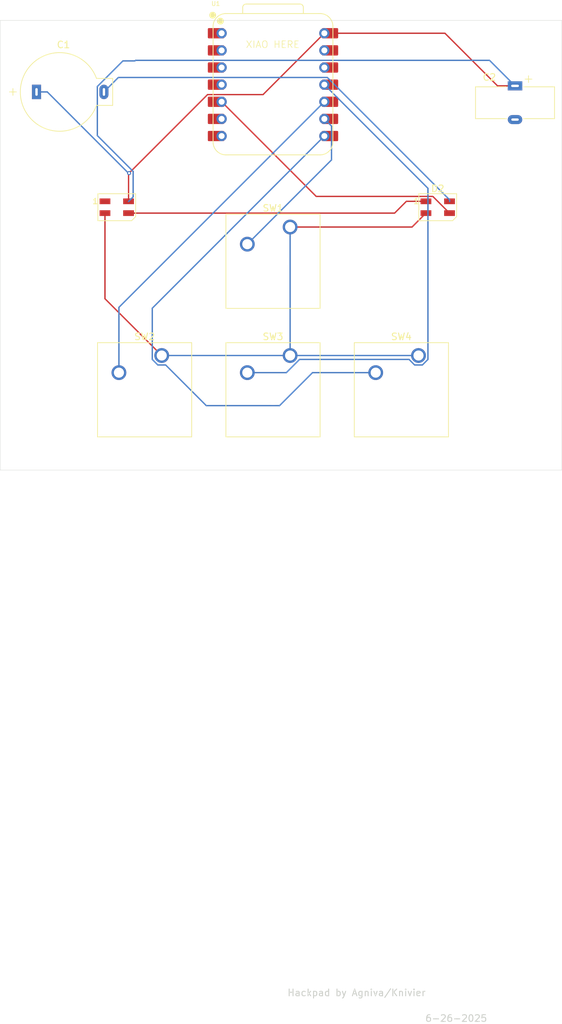
<source format=kicad_pcb>
(kicad_pcb (version 20241229) (generator "pcbnew") (generator_version "9.0")
  (layers (0 "F.Cu" signal) (2 "B.Cu" signal) (13 "F.Paste" user) (15 "B.Paste" user) (5 "F.SilkS" user "F.Silkscreen") (7 "B.SilkS" user "B.Silkscreen") (1 "F.Mask" user) (3 "B.Mask" user) (25 "Edge.Cuts" user))
  (net 0 "")
  (net 1 "Net-(D1-DIN)")
  (net 3 "GND")
  (net 4 "+5V")
  (net 5 "Net-(D2-DIN)")
  (net 6 "Net-(U1-GPIO2{slash}SCK)")
  (net 7 "Net-(U1-GPIO4{slash}MISO)")
  (net 8 "Net-(U1-GPIO3{slash}MOSI)")
  (net 9 "Net-(U1-GPIO1{slash}RX)")
  (net 14 "GND1")
  (net 18 "Net-(D2-VDD)")
  (net 19 "Net-(D1-VDD)")
  (footprint "LED_SMD:LED_SK6812MINI_PLCC4_3.5x3.5mm_P1.75mm" (layer "F.Cu") (at 210.18125 72.94375)
    (property "Reference" "D2" (at 0 -2.75 0) (layer "F.SilkS"))
    (property "Value" "SK6812MINI")
    (fp_line (start -2.8 -2) (end -2.8 2) (stroke (width 0.12)) (layer "F.SilkS"))
    (fp_line (start -2.8 -2) (end 2.8 -2) (stroke (width 0.12)) (layer "F.SilkS"))
    (fp_line (start -2.8 2) (end 2.2 2) (stroke (width 0.12)) (layer "F.SilkS"))
    (fp_line (start 2.8 1.4) (end 2.2 2) (stroke (width 0.12)) (layer "F.SilkS"))
    (fp_line (start 2.8 1.4) (end 2.8 -2) (stroke (width 0.12)) (layer "F.SilkS"))
    (fp_text user "1" (at -3.2 -0.875 0) (layer "F.SilkS") (effects (font (size 0.8 0.8))))
    (pad "1" smd rect (at -1.75 -0.875) (size 1.6 0.85) (layers "F.Cu" "F.Mask" "F.Paste") (net 1 "Net-(D1-DIN)"))
    (pad "2" smd rect (at -1.75 0.875) (size 1.6 0.85) (layers "F.Cu" "F.Mask" "F.Paste") (net 3 "GND"))
    (pad "3" smd rect (at 1.75 0.875) (size 1.6 0.85) (layers "F.Cu" "F.Mask" "F.Paste") (net 5 "Net-(D2-DIN)"))
    (pad "4" smd rect (at 1.75 -0.875) (size 1.6 0.85) (layers "F.Cu" "F.Mask" "F.Paste") (net 18 "Net-(D2-VDD)"))
  )
  (footprint "Button_Switch_Keyboard:SW_Cherry_MX_1.00u_PCB" (layer "F.Cu") (at 188.2775 75.8825)
    (property "Reference" "SW1" (at -2.54 -2.794 0) (layer "F.SilkS"))
    (property "Value" "SW_Push")
    (fp_line (start -9.525 -1.905) (end 4.445 -1.905) (stroke (width 0.12)) (layer "F.SilkS"))
    (fp_line (start -9.525 12.065) (end -9.525 -1.905) (stroke (width 0.12)) (layer "F.SilkS"))
    (fp_line (start 4.445 -1.905) (end 4.445 12.065) (stroke (width 0.12)) (layer "F.SilkS"))
    (fp_line (start 4.445 12.065) (end -9.525 12.065) (stroke (width 0.12)) (layer "F.SilkS"))
    (pad "" np_thru_hole circle (at -7.62 5.08) (size 1.7 1.7) (drill 1.7) (layers "*.Cu" "*.Mask"))
    (pad "" np_thru_hole circle (at -2.54 5.08) (size 4 4) (drill 4) (layers "*.Cu" "*.Mask"))
    (pad "" np_thru_hole circle (at 2.54 5.08) (size 1.7 1.7) (drill 1.7) (layers "*.Cu" "*.Mask"))
    (pad "1" thru_hole circle (at 0 0) (size 2.2 2.2) (drill 1.5) (layers "*.Cu" "*.Mask") (net 3 "GND"))
    (pad "2" thru_hole circle (at -6.35 2.54) (size 2.2 2.2) (drill 1.5) (layers "*.Cu" "*.Mask") (net 6 "Net-(U1-GPIO2{slash}SCK)"))
  )
  (footprint "Button_Switch_Keyboard:SW_Cherry_MX_1.00u_PCB" (layer "F.Cu") (at 188.2775 94.9325)
    (property "Reference" "SW3" (at -2.54 -2.794 0) (layer "F.SilkS"))
    (property "Value" "SW_Push")
    (fp_line (start -9.525 -1.905) (end 4.445 -1.905) (stroke (width 0.12)) (layer "F.SilkS"))
    (fp_line (start -9.525 12.065) (end -9.525 -1.905) (stroke (width 0.12)) (layer "F.SilkS"))
    (fp_line (start 4.445 -1.905) (end 4.445 12.065) (stroke (width 0.12)) (layer "F.SilkS"))
    (fp_line (start 4.445 12.065) (end -9.525 12.065) (stroke (width 0.12)) (layer "F.SilkS"))
    (pad "" np_thru_hole circle (at -7.62 5.08) (size 1.7 1.7) (drill 1.7) (layers "*.Cu" "*.Mask"))
    (pad "" np_thru_hole circle (at -2.54 5.08) (size 4 4) (drill 4) (layers "*.Cu" "*.Mask"))
    (pad "" np_thru_hole circle (at 2.54 5.08) (size 1.7 1.7) (drill 1.7) (layers "*.Cu" "*.Mask"))
    (pad "1" thru_hole circle (at 0 0) (size 2.2 2.2) (drill 1.5) (layers "*.Cu" "*.Mask") (net 3 "GND"))
    (pad "2" thru_hole circle (at -6.35 2.54) (size 2.2 2.2) (drill 1.5) (layers "*.Cu" "*.Mask") (net 8 "Net-(U1-GPIO3{slash}MOSI)"))
  )
  (footprint "Capacitor_THT:DX_5R5HxxxxU_D11.5mm_P10.00mm" (layer "F.Cu") (at 150.65 55.85)
    (property "Reference" "C1" (at 4 -7 0) (layer "F.SilkS"))
    (property "Value" "C")
    (fp_line (start -4 0) (end -3 0) (stroke (width 0.12)) (layer "F.SilkS"))
    (fp_line (start -3.5 -0.5) (end -3.5 0.5) (stroke (width 0.12)) (layer "F.SilkS"))
    (fp_line (start 8.9 -2) (end 11.3 -2) (stroke (width 0.12)) (layer "F.SilkS"))
    (fp_line (start 11.3 -2) (end 11.3 2) (stroke (width 0.12)) (layer "F.SilkS"))
    (fp_line (start 11.3 2) (end 8.9 2) (stroke (width 0.12)) (layer "F.SilkS"))
    (fp_arc (start 8.9 2) (mid -2.403861 0) (end 8.9 -2) (stroke (width 0.12)) (layer "F.SilkS"))
    (pad "1" thru_hole rect (at 0 0) (size 1.35 2.15) (drill oval 0.35 1.15) (layers "*.Cu" "*.Mask") (net 4 "+5V"))
    (pad "2" thru_hole oval (at 10 0) (size 1.35 2.15) (drill oval 0.35 1.15) (layers "*.Cu" "*.Mask") (net 18 "Net-(D2-VDD)"))
  )
  (footprint "OPL:XIAO-RP2040-DIP" (layer "F.Cu") (at 185.7375 54.76875)
    (property "Reference" "U1" (at -8.5 -12 0) (layer "F.SilkS") (effects (font (size 0.635 0.635) (thickness 0.1016))))
    (property "Value" "XIAO-RP2040-DIP" (hide yes))
    (fp_line (start -8.89 8.509) (end -8.89 -8.636) (stroke (width 0.127)) (layer "F.SilkS"))
    (fp_line (start -6.985 10.414) (end 6.985 10.414) (stroke (width 0.127)) (layer "F.SilkS"))
    (fp_line (start -4.495 -10.541) (end -4.491272 -11.451272) (stroke (width 0.127)) (layer "F.SilkS"))
    (fp_line (start -3.991272 -11.951) (end 4.004 -11.951) (stroke (width 0.127)) (layer "F.SilkS"))
    (fp_line (start 4.504 -11.451) (end 4.504 -10.541) (stroke (width 0.127)) (layer "F.SilkS"))
    (fp_line (start 6.985 -10.541) (end -6.985 -10.541) (stroke (width 0.1)) (layer "F.SilkS"))
    (fp_line (start 6.985 -10.541) (end -6.985 -10.541) (stroke (width 0.127)) (layer "F.SilkS"))
    (fp_line (start 8.89 8.509) (end 8.89 -8.636) (stroke (width 0.127)) (layer "F.SilkS"))
    (fp_arc (start -8.89 -8.636) (mid -8.332038 -9.983038) (end -6.985 -10.541) (stroke (width 0.127)) (layer "F.SilkS"))
    (fp_arc (start -6.985 10.414) (mid -8.332038 9.856038) (end -8.89 8.509) (stroke (width 0.127)) (layer "F.SilkS"))
    (fp_arc (start -4.491272 -11.451272) (mid -4.344728 -11.80464) (end -3.991272 -11.951) (stroke (width 0.127)) (layer "F.SilkS"))
    (fp_arc (start 4.004 -11.951) (mid 4.357553 -11.804553) (end 4.504 -11.451) (stroke (width 0.127)) (layer "F.SilkS"))
    (fp_arc (start 6.985 -10.541) (mid 8.332038 -9.983038) (end 8.89 -8.636) (stroke (width 0.127)) (layer "F.SilkS"))
    (fp_arc (start 8.89 8.509) (mid 8.332038 9.856038) (end 6.985 10.414) (stroke (width 0.127)) (layer "F.SilkS"))
    (fp_circle (center -8.95 -10.3) (end -8.95 -10.554) (stroke (width 0.5)) (fill yes) (layer "F.SilkS"))
    (fp_circle (center -7.807 -9.42) (end -7.807 -9.674) (stroke (width 0.5)) (fill yes) (layer "F.SilkS"))
    (pad "1" smd roundrect (at -8.455 -7.62 180) (size 2.432 1.524) (layers "F.Cu" "F.Mask") (roundrect_rratio 0.1))
    (pad "1" thru_hole circle (at -7.62 -7.62 180) (size 1.524 1.524) (drill 0.889) (layers "*.Cu" "*.Mask"))
    (pad "2" smd roundrect (at -8.455 -5.08 180) (size 2.432 1.524) (layers "F.Cu" "F.Mask") (roundrect_rratio 0.1))
    (pad "2" thru_hole circle (at -7.62 -5.08 180) (size 1.524 1.524) (drill 0.889) (layers "*.Cu" "*.Mask"))
    (pad "3" smd roundrect (at -8.455 -2.54 180) (size 2.432 1.524) (layers "F.Cu" "F.Mask") (roundrect_rratio 0.1))
    (pad "3" thru_hole circle (at -7.62 -2.54 180) (size 1.524 1.524) (drill 0.889) (layers "*.Cu" "*.Mask"))
    (pad "4" smd roundrect (at -8.455 0 180) (size 2.432 1.524) (layers "F.Cu" "F.Mask") (roundrect_rratio 0.1))
    (pad "4" thru_hole circle (at -7.62 0 180) (size 1.524 1.524) (drill 0.889) (layers "*.Cu" "*.Mask"))
    (pad "5" smd roundrect (at -8.455 2.54 180) (size 2.432 1.524) (layers "F.Cu" "F.Mask") (roundrect_rratio 0.1) (net 5 "Net-(D2-DIN)"))
    (pad "5" thru_hole circle (at -7.62 2.54 180) (size 1.524 1.524) (drill 0.889) (layers "*.Cu" "*.Mask") (net 5 "Net-(D2-DIN)"))
    (pad "6" smd roundrect (at -8.455 5.08 180) (size 2.432 1.524) (layers "F.Cu" "F.Mask") (roundrect_rratio 0.1))
    (pad "6" thru_hole circle (at -7.62 5.08 180) (size 1.524 1.524) (drill 0.889) (layers "*.Cu" "*.Mask"))
    (pad "7" smd roundrect (at -8.455 7.62 180) (size 2.432 1.524) (layers "F.Cu" "F.Mask") (roundrect_rratio 0.1))
    (pad "7" thru_hole circle (at -7.62 7.62 180) (size 1.524 1.524) (drill 0.889) (layers "*.Cu" "*.Mask"))
    (pad "8" thru_hole circle (at 7.62 7.62) (size 1.524 1.524) (drill 0.889) (layers "*.Cu" "*.Mask") (net 9 "Net-(U1-GPIO1{slash}RX)"))
    (pad "8" smd roundrect (at 8.455 7.62) (size 2.432 1.524) (layers "F.Cu" "F.Mask") (roundrect_rratio 0.1) (net 9 "Net-(U1-GPIO1{slash}RX)"))
    (pad "9" thru_hole circle (at 7.62 5.08) (size 1.524 1.524) (drill 0.889) (layers "*.Cu" "*.Mask") (net 6 "Net-(U1-GPIO2{slash}SCK)"))
    (pad "9" smd roundrect (at 8.455 5.08) (size 2.432 1.524) (layers "F.Cu" "F.Mask") (roundrect_rratio 0.1) (net 6 "Net-(U1-GPIO2{slash}SCK)"))
    (pad "10" thru_hole circle (at 7.62 2.54) (size 1.524 1.524) (drill 0.889) (layers "*.Cu" "*.Mask") (net 7 "Net-(U1-GPIO4{slash}MISO)"))
    (pad "10" smd roundrect (at 8.455 2.54) (size 2.432 1.524) (layers "F.Cu" "F.Mask") (roundrect_rratio 0.1) (net 7 "Net-(U1-GPIO4{slash}MISO)"))
    (pad "11" thru_hole circle (at 7.62 0) (size 1.524 1.524) (drill 0.889) (layers "*.Cu" "*.Mask") (net 8 "Net-(U1-GPIO3{slash}MOSI)"))
    (pad "11" smd roundrect (at 8.455 0) (size 2.432 1.524) (layers "F.Cu" "F.Mask") (roundrect_rratio 0.1) (net 8 "Net-(U1-GPIO3{slash}MOSI)"))
    (pad "12" thru_hole circle (at 7.62 -2.54) (size 1.524 1.524) (drill 0.889) (layers "*.Cu" "*.Mask"))
    (pad "12" smd roundrect (at 8.455 -2.54) (size 2.432 1.524) (layers "F.Cu" "F.Mask") (roundrect_rratio 0.1))
    (pad "13" thru_hole circle (at 7.62 -5.08) (size 1.524 1.524) (drill 0.889) (layers "*.Cu" "*.Mask") (net 14 "GND1"))
    (pad "13" smd roundrect (at 8.455 -5.08) (size 2.432 1.524) (layers "F.Cu" "F.Mask") (roundrect_rratio 0.1) (net 14 "GND1"))
    (pad "14" thru_hole circle (at 7.62 -7.62) (size 1.524 1.524) (drill 0.889) (layers "*.Cu" "*.Mask") (net 4 "+5V"))
    (pad "14" smd roundrect (at 8.455 -7.62) (size 2.432 1.524) (layers "F.Cu" "F.Mask") (roundrect_rratio 0.1) (net 4 "+5V"))
  )
  (footprint "LED_SMD:LED_SK6812MINI_PLCC4_3.5x3.5mm_P1.75mm" (layer "F.Cu") (at 162.55625 72.94375)
    (property "Reference" "D1" (hide yes))
    (property "Value" "SK6812MINI")
    (fp_line (start -2.8 -2) (end -2.8 2) (stroke (width 0.12)) (layer "F.SilkS"))
    (fp_line (start -2.8 -2) (end 2.8 -2) (stroke (width 0.12)) (layer "F.SilkS"))
    (fp_line (start -2.8 2) (end 2.2 2) (stroke (width 0.12)) (layer "F.SilkS"))
    (fp_line (start 2.8 1.4) (end 2.2 2) (stroke (width 0.12)) (layer "F.SilkS"))
    (fp_line (start 2.8 1.4) (end 2.8 -2) (stroke (width 0.12)) (layer "F.SilkS"))
    (fp_text user "1" (at -3.2 -0.875 0) (layer "F.SilkS") (effects (font (size 0.8 0.8))))
    (pad "1" smd rect (at -1.75 -0.875) (size 1.6 0.85) (layers "F.Cu" "F.Mask" "F.Paste"))
    (pad "2" smd rect (at -1.75 0.875) (size 1.6 0.85) (layers "F.Cu" "F.Mask" "F.Paste") (net 3 "GND"))
    (pad "3" smd rect (at 1.75 0.875) (size 1.6 0.85) (layers "F.Cu" "F.Mask" "F.Paste") (net 1 "Net-(D1-DIN)"))
    (pad "4" smd rect (at 1.75 -0.875) (size 1.6 0.85) (layers "F.Cu" "F.Mask" "F.Paste") (net 19 "Net-(D1-VDD)"))
  )
  (footprint "Button_Switch_Keyboard:SW_Cherry_MX_1.00u_PCB" (layer "F.Cu") (at 207.3275 94.9325)
    (property "Reference" "SW4" (at -2.54 -2.794 0) (layer "F.SilkS"))
    (property "Value" "SW_Push")
    (fp_line (start -9.525 -1.905) (end 4.445 -1.905) (stroke (width 0.12)) (layer "F.SilkS"))
    (fp_line (start -9.525 12.065) (end -9.525 -1.905) (stroke (width 0.12)) (layer "F.SilkS"))
    (fp_line (start 4.445 -1.905) (end 4.445 12.065) (stroke (width 0.12)) (layer "F.SilkS"))
    (fp_line (start 4.445 12.065) (end -9.525 12.065) (stroke (width 0.12)) (layer "F.SilkS"))
    (pad "" np_thru_hole circle (at -7.62 5.08) (size 1.7 1.7) (drill 1.7) (layers "*.Cu" "*.Mask"))
    (pad "" np_thru_hole circle (at -2.54 5.08) (size 4 4) (drill 4) (layers "*.Cu" "*.Mask"))
    (pad "" np_thru_hole circle (at 2.54 5.08) (size 1.7 1.7) (drill 1.7) (layers "*.Cu" "*.Mask"))
    (pad "1" thru_hole circle (at 0 0) (size 2.2 2.2) (drill 1.5) (layers "*.Cu" "*.Mask") (net 3 "GND"))
    (pad "2" thru_hole circle (at -6.35 2.54) (size 2.2 2.2) (drill 1.5) (layers "*.Cu" "*.Mask") (net 9 "Net-(U1-GPIO1{slash}RX)"))
  )
  (footprint "Capacitor_THT:DX_5R5VxxxxU_D11.5mm_P5.00mm" (layer "F.Cu") (at 221.65 54.95)
    (property "Reference" "C2" (at -3.81 -1.27 0) (layer "F.SilkS"))
    (property "Value" "C_Small")
    (fp_line (start -5.86 0.14) (end -5.86 4.86) (stroke (width 0.12)) (layer "F.SilkS"))
    (fp_line (start -5.86 0.14) (end -1.27 0.14) (stroke (width 0.12)) (layer "F.SilkS"))
    (fp_line (start -1.27 4.86) (end -5.86 4.86) (stroke (width 0.12)) (layer "F.SilkS"))
    (fp_line (start 1.27 0.14) (end 5.86 0.14) (stroke (width 0.12)) (layer "F.SilkS"))
    (fp_line (start 1.5 -1) (end 2.5 -1) (stroke (width 0.12)) (layer "F.SilkS"))
    (fp_line (start 2 -1.5) (end 2 -0.5) (stroke (width 0.12)) (layer "F.SilkS"))
    (fp_line (start 5.86 0.14) (end 5.86 4.86) (stroke (width 0.12)) (layer "F.SilkS"))
    (fp_line (start 5.86 4.86) (end 1.27 4.86) (stroke (width 0.12)) (layer "F.SilkS"))
    (pad "1" thru_hole rect (at 0 0) (size 2.15 1.35) (drill oval 1.15 0.35) (layers "*.Cu" "*.Mask") (net 19 "Net-(D1-VDD)"))
    (pad "2" thru_hole oval (at 0 5) (size 2.15 1.35) (drill oval 1.1 0.35) (layers "*.Cu" "*.Mask") (net 4 "+5V"))
  )
  (footprint "Button_Switch_Keyboard:SW_Cherry_MX_1.00u_PCB" (layer "F.Cu") (at 169.2275 94.9325)
    (property "Reference" "SW2" (at -2.54 -2.794 0) (layer "F.SilkS"))
    (property "Value" "SW_Push")
    (fp_line (start -9.525 -1.905) (end 4.445 -1.905) (stroke (width 0.12)) (layer "F.SilkS"))
    (fp_line (start -9.525 12.065) (end -9.525 -1.905) (stroke (width 0.12)) (layer "F.SilkS"))
    (fp_line (start 4.445 -1.905) (end 4.445 12.065) (stroke (width 0.12)) (layer "F.SilkS"))
    (fp_line (start 4.445 12.065) (end -9.525 12.065) (stroke (width 0.12)) (layer "F.SilkS"))
    (pad "" np_thru_hole circle (at -7.62 5.08) (size 1.7 1.7) (drill 1.7) (layers "*.Cu" "*.Mask"))
    (pad "" np_thru_hole circle (at -2.54 5.08) (size 4 4) (drill 4) (layers "*.Cu" "*.Mask"))
    (pad "" np_thru_hole circle (at 2.54 5.08) (size 1.7 1.7) (drill 1.7) (layers "*.Cu" "*.Mask"))
    (pad "1" thru_hole circle (at 0 0) (size 2.2 2.2) (drill 1.5) (layers "*.Cu" "*.Mask") (net 3 "GND"))
    (pad "2" thru_hole circle (at -6.35 2.54) (size 2.2 2.2) (drill 1.5) (layers "*.Cu" "*.Mask") (net 7 "Net-(U1-GPIO4{slash}MISO)"))
  )
  (gr_rect (start 145.25625 45.24375) (end 228.6 111.91875) (stroke (width 0.05)) (fill no) (layer "Edge.Cuts"))
  (gr_text "XIAO HERE\n" (at 181.65 49.4 0) (layer "F.SilkS") (effects (font (size 1 1) (thickness 0.1)) (justify left bottom)))
  (gr_text "Hackpad by Agniva/Knivier\n" (at 187.8 190 0) (layer "Edge.Cuts") (effects (font (size 1 1)) (justify left bottom)))
  (gr_text "6-26-2025\n" (at 208.25 193.8 0) (layer "Edge.Cuts") (effects (font (size 1 1)) (justify left bottom)))
  (segment (start 205.53125 72.06875) (end 203.78125 73.81875) (width 0.2) (layer "F.Cu") (net 1))
  (segment (start 208.43125 72.06875) (end 205.53125 72.06875) (width 0.2) (layer "F.Cu") (net 1))
  (segment (start 203.78125 73.81875) (end 164.30625 73.81875) (width 0.2) (layer "F.Cu") (net 1))
  (segment (start 188.2775 75.8825) (end 206.3675 75.8825) (width 0.2) (layer "F.Cu") (net 3))
  (segment (start 160.80625 73.81875) (end 160.80625 86.51125) (width 0.2) (layer "F.Cu") (net 3))
  (segment (start 206.3675 75.8825) (end 208.43125 73.81875) (width 0.2) (layer "F.Cu") (net 3))
  (segment (start 160.80625 86.51125) (end 169.2275 94.9325) (width 0.2) (layer "F.Cu") (net 3))
  (segment (start 169.2275 94.9325) (end 188.2775 94.9325) (width 0.2) (layer "B.Cu") (net 3))
  (segment (start 188.2775 94.9325) (end 207.3275 94.9325) (width 0.2) (layer "B.Cu") (net 3))
  (segment (start 188.2775 94.9325) (end 188.2775 75.8825) (width 0.2) (layer "B.Cu") (net 3))
  (segment (start 211.24875 47.14875) (end 193.3575 47.14875) (width 0.2) (layer "F.Cu") (net 4))
  (segment (start 164.30625 72.06875) (end 164.30625 67.966374) (width 0.2) (layer "F.Cu") (net 4))
  (segment (start 221.65 54.95) (end 219.05 54.95) (width 0.2) (layer "F.Cu") (net 4))
  (segment (start 219.05 54.95) (end 211.725 47.625) (width 0.2) (layer "F.Cu") (net 4))
  (segment (start 184.2605 56.24575) (end 193.3575 47.14875) (width 0.2) (layer "F.Cu") (net 4))
  (segment (start 176.026874 56.24575) (end 184.2605 56.24575) (width 0.2) (layer "F.Cu") (net 4))
  (segment (start 164.386312 67.886312) (end 176.026874 56.24575) (width 0.2) (layer "F.Cu") (net 4))
  (segment (start 211.725 47.625) (end 211.24875 47.14875) (width 0.2) (layer "F.Cu") (net 4))
  (segment (start 164.30625 67.966374) (end 164.386312 67.886312) (width 0.2) (layer "F.Cu") (net 4))
  (segment (start 211.93125 47.83125) (end 211.725 47.625) (width 0.2) (layer "F.Cu") (net 4))
  (via (at 164.386312 67.886312) (size 0.6) (drill 0.3) (layers "F.Cu" "B.Cu") (net 4))
  (segment (start 152.25 55.85) (end 164.35 67.95) (width 0.2) (layer "B.Cu") (net 4))
  (segment (start 150.65 55.85) (end 152.25 55.85) (width 0.2) (layer "B.Cu") (net 4))
  (segment (start 209.45525 71.34275) (end 192.1515 71.34275) (width 0.2) (layer "F.Cu") (net 5))
  (segment (start 192.1515 71.34275) (end 178.1175 57.30875) (width 0.2) (layer "F.Cu") (net 5))
  (segment (start 211.93125 73.81875) (end 209.45525 71.34275) (width 0.2) (layer "F.Cu") (net 5))
  (segment (start 194.4205 65.9295) (end 194.4205 60.91175) (width 0.2) (layer "B.Cu") (net 6))
  (segment (start 194.4205 60.91175) (end 193.3575 59.84875) (width 0.2) (layer "B.Cu") (net 6))
  (segment (start 181.9275 78.4225) (end 194.4205 65.9295) (width 0.2) (layer "B.Cu") (net 6))
  (segment (start 162.8775 97.4725) (end 162.8775 87.78875) (width 0.2) (layer "B.Cu") (net 7))
  (segment (start 162.8775 87.78875) (end 193.3575 57.30875) (width 0.2) (layer "B.Cu") (net 7))
  (segment (start 206.747186 96.3335) (end 207.907814 96.3335) (width 0.2) (layer "B.Cu") (net 8))
  (segment (start 189.6785 95.512814) (end 205.9265 95.512814) (width 0.2) (layer "B.Cu") (net 8))
  (segment (start 208.7285 95.512814) (end 208.7285 70.13975) (width 0.2) (layer "B.Cu") (net 8))
  (segment (start 208.7285 70.13975) (end 193.3575 54.76875) (width 0.2) (layer "B.Cu") (net 8))
  (segment (start 207.907814 96.3335) (end 208.7285 95.512814) (width 0.2) (layer "B.Cu") (net 8))
  (segment (start 187.718814 97.4725) (end 189.6785 95.512814) (width 0.2) (layer "B.Cu") (net 8))
  (segment (start 205.9265 95.512814) (end 206.747186 96.3335) (width 0.2) (layer "B.Cu") (net 8))
  (segment (start 181.9275 97.4725) (end 187.718814 97.4725) (width 0.2) (layer "B.Cu") (net 8))
  (segment (start 194.43513 62.38875) (end 193.3575 62.38875) (width 0.2) (layer "F.Cu") (net 9))
  (segment (start 200.9775 97.4725) (end 191.602316 97.4725) (width 0.2) (layer "B.Cu") (net 9))
  (segment (start 191.602316 97.4725) (end 186.711316 102.3635) (width 0.2) (layer "B.Cu") (net 9))
  (segment (start 168.647186 96.3335) (end 167.8265 95.512814) (width 0.2) (layer "B.Cu") (net 9))
  (segment (start 169.807814 96.3335) (end 168.647186 96.3335) (width 0.2) (layer "B.Cu") (net 9))
  (segment (start 167.8265 87.91975) (end 193.3575 62.38875) (width 0.2) (layer "B.Cu") (net 9))
  (segment (start 175.837814 102.3635) (end 169.807814 96.3335) (width 0.2) (layer "B.Cu") (net 9))
  (segment (start 167.8265 95.512814) (end 167.8265 87.91975) (width 0.2) (layer "B.Cu") (net 9))
  (segment (start 186.711316 102.3635) (end 175.837814 102.3635) (width 0.2) (layer "B.Cu") (net 9))
  (segment (start 211.95 71.85794) (end 211.95 72.1) (width 0.2) (layer "B.Cu") (net 18))
  (segment (start 162.79425 53.70575) (end 193.79781 53.70575) (width 0.2) (layer "B.Cu") (net 18))
  (segment (start 193.79781 53.70575) (end 211.95 71.85794) (width 0.2) (layer "B.Cu") (net 18))
  (segment (start 160.65 55.85) (end 162.79425 53.70575) (width 0.2) (layer "B.Cu") (net 18))
  (segment (start 165.25 51.25) (end 163.469728 51.25) (width 0.2) (layer "B.Cu") (net 19))
  (segment (start 165.33425 51.16575) (end 165.25 51.25) (width 0.2) (layer "B.Cu") (net 19))
  (segment (start 221.65 54.95) (end 217.86575 51.16575) (width 0.2) (layer "B.Cu") (net 19))
  (segment (start 163.469728 51.25) (end 159.674 55.045728) (width 0.2) (layer "B.Cu") (net 19))
  (segment (start 159.674 55.045728) (end 159.674 62.324057) (width 0.2) (layer "B.Cu") (net 19))
  (segment (start 159.674 62.324057) (end 164.987312 67.637369) (width 0.2) (layer "B.Cu") (net 19))
  (segment (start 164.987312 71.412688) (end 164.3 72.1) (width 0.2) (layer "B.Cu") (net 19))
  (segment (start 217.86575 51.16575) (end 165.33425 51.16575) (width 0.2) (layer "B.Cu") (net 19))
  (segment (start 164.987312 67.637369) (end 164.987312 71.412688) (width 0.2) (layer "B.Cu") (net 19))
)
</source>
